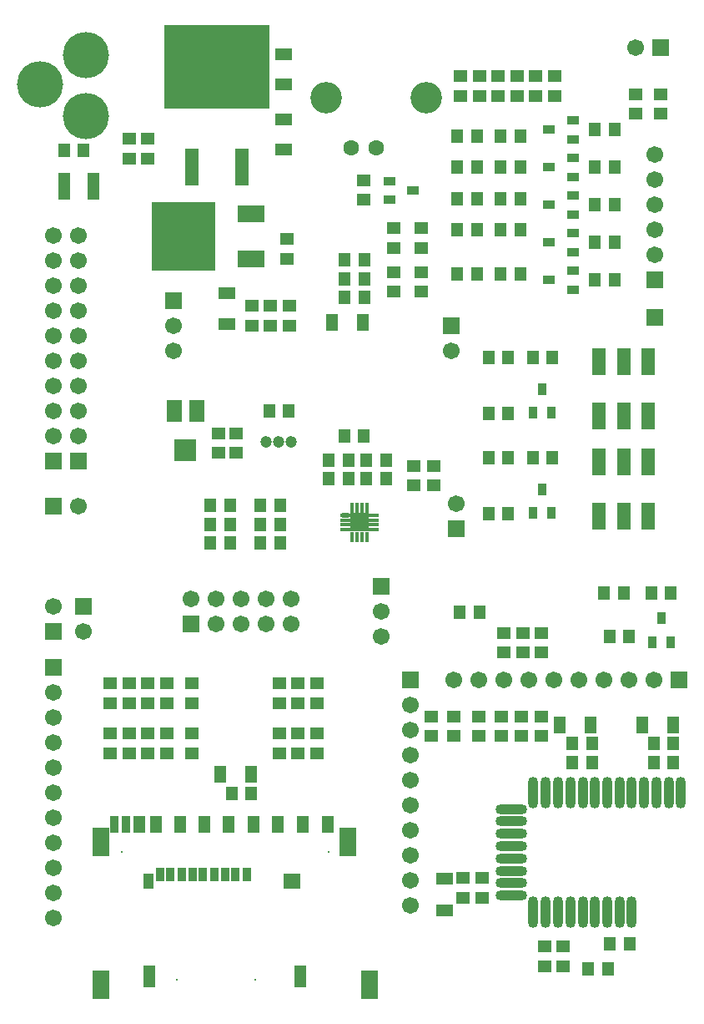
<source format=gts>
G04 Layer_Color=8388736*
%FSLAX23Y23*%
%MOIN*%
G70*
G01*
G75*
%ADD54R,0.036X0.067*%
%ADD55R,0.047X0.067*%
%ADD56R,0.067X0.118*%
%ADD57R,0.047X0.057*%
%ADD58R,0.059X0.087*%
%ADD59R,0.087X0.087*%
%ADD60R,0.047X0.067*%
%ADD61R,0.057X0.047*%
%ADD62R,0.047X0.106*%
%ADD63R,0.067X0.047*%
%ADD64R,0.047X0.036*%
%ADD65R,0.055X0.106*%
%ADD66R,0.036X0.047*%
%ADD67R,0.055X0.146*%
%ADD68R,0.421X0.338*%
%ADD69R,0.253X0.273*%
%ADD70R,0.106X0.067*%
%ADD71O,0.041X0.126*%
%ADD72O,0.126X0.041*%
%ADD73R,0.075X0.075*%
%ADD74R,0.017X0.041*%
%ADD75R,0.041X0.017*%
%ADD76O,0.041X0.017*%
%ADD77R,0.036X0.053*%
%ADD78R,0.047X0.087*%
%ADD79R,0.069X0.063*%
%ADD80R,0.043X0.063*%
%ADD81C,0.185*%
%ADD82C,0.067*%
%ADD83R,0.067X0.067*%
%ADD84C,0.063*%
%ADD85C,0.126*%
%ADD86R,0.067X0.067*%
%ADD87C,0.008*%
%ADD88C,0.047*%
%ADD89C,0.098*%
%ADD90C,0.055*%
D54*
X393Y700D02*
D03*
X440D02*
D03*
D55*
X491D02*
D03*
X558D02*
D03*
X654D02*
D03*
X752D02*
D03*
X850D02*
D03*
X949D02*
D03*
X1047D02*
D03*
X1146D02*
D03*
X1244D02*
D03*
D56*
X338Y630D02*
D03*
X1326D02*
D03*
X338Y59D02*
D03*
X1412D02*
D03*
D57*
X1011Y2350D02*
D03*
X1089D02*
D03*
X940Y823D02*
D03*
X861D02*
D03*
X1312Y2801D02*
D03*
X1391D02*
D03*
X1312Y2876D02*
D03*
X1391D02*
D03*
X1312Y2951D02*
D03*
X1391D02*
D03*
X1841Y3446D02*
D03*
X1762D02*
D03*
X1841Y3321D02*
D03*
X1762D02*
D03*
X1841Y3196D02*
D03*
X1762D02*
D03*
X1841Y3071D02*
D03*
X1762D02*
D03*
X1841Y2896D02*
D03*
X1762D02*
D03*
X1937Y3446D02*
D03*
X2016D02*
D03*
X1937Y3321D02*
D03*
X2016D02*
D03*
X1937Y3196D02*
D03*
X2016D02*
D03*
X1937Y3071D02*
D03*
X2016D02*
D03*
X1937Y2896D02*
D03*
X2016D02*
D03*
X2312Y3471D02*
D03*
X2391D02*
D03*
X2312Y3321D02*
D03*
X2391D02*
D03*
X2312Y3171D02*
D03*
X2391D02*
D03*
X2312Y3021D02*
D03*
X2391D02*
D03*
X2312Y2871D02*
D03*
X2391D02*
D03*
X1967Y2163D02*
D03*
X1889D02*
D03*
X1967Y2563D02*
D03*
X1889D02*
D03*
X2064Y2163D02*
D03*
X2142D02*
D03*
X2064Y2563D02*
D03*
X2142D02*
D03*
X1967Y1938D02*
D03*
X1889D02*
D03*
X1967Y2338D02*
D03*
X1889D02*
D03*
X1851Y1546D02*
D03*
X1773D02*
D03*
X2428Y1624D02*
D03*
X2349D02*
D03*
X2223Y1021D02*
D03*
X2301D02*
D03*
X2223Y946D02*
D03*
X2301D02*
D03*
X2626D02*
D03*
X2548D02*
D03*
X2626Y1021D02*
D03*
X2548D02*
D03*
X2539Y1624D02*
D03*
X2617D02*
D03*
X2449Y1450D02*
D03*
X2371D02*
D03*
X2373Y221D02*
D03*
X2451D02*
D03*
X2286Y123D02*
D03*
X2365D02*
D03*
X1389Y2250D02*
D03*
X1311D02*
D03*
X1478Y2154D02*
D03*
X1399D02*
D03*
X1478Y2079D02*
D03*
X1399D02*
D03*
X1328D02*
D03*
X1249D02*
D03*
X1328Y2154D02*
D03*
X1249D02*
D03*
X977Y1821D02*
D03*
X1056D02*
D03*
X977Y1896D02*
D03*
X1056D02*
D03*
X777Y1821D02*
D03*
X856D02*
D03*
X777Y1896D02*
D03*
X856D02*
D03*
X977Y1971D02*
D03*
X1056D02*
D03*
X777D02*
D03*
X856D02*
D03*
X191Y3390D02*
D03*
X269D02*
D03*
D58*
X631Y2350D02*
D03*
X722D02*
D03*
D59*
X676Y2193D02*
D03*
D60*
X817Y898D02*
D03*
X940D02*
D03*
X1385Y2701D02*
D03*
X1262D02*
D03*
X2296Y1096D02*
D03*
X2173D02*
D03*
X2503D02*
D03*
X2626D02*
D03*
D61*
X376Y1184D02*
D03*
Y1263D02*
D03*
X451Y1184D02*
D03*
Y1263D02*
D03*
X526Y1184D02*
D03*
Y1263D02*
D03*
X601Y1184D02*
D03*
Y1263D02*
D03*
X701Y1184D02*
D03*
Y1263D02*
D03*
X1051Y1184D02*
D03*
Y1263D02*
D03*
X1126Y1184D02*
D03*
Y1263D02*
D03*
X1201Y1184D02*
D03*
Y1263D02*
D03*
Y1063D02*
D03*
Y984D02*
D03*
X1126Y1063D02*
D03*
Y984D02*
D03*
X1051Y1063D02*
D03*
Y984D02*
D03*
X701Y1063D02*
D03*
Y984D02*
D03*
X601Y1063D02*
D03*
Y984D02*
D03*
X526Y1063D02*
D03*
Y984D02*
D03*
X451Y1063D02*
D03*
Y984D02*
D03*
X376Y1063D02*
D03*
Y984D02*
D03*
X941Y2768D02*
D03*
Y2689D02*
D03*
X1016Y2768D02*
D03*
Y2689D02*
D03*
X1091Y2768D02*
D03*
Y2689D02*
D03*
X451Y3357D02*
D03*
Y3436D02*
D03*
X526Y3436D02*
D03*
Y3357D02*
D03*
X1510Y3000D02*
D03*
Y3079D02*
D03*
X1620Y3000D02*
D03*
Y3079D02*
D03*
X1081Y2957D02*
D03*
Y3036D02*
D03*
X1510Y2904D02*
D03*
Y2825D02*
D03*
X1620Y2904D02*
D03*
Y2825D02*
D03*
X1390Y3269D02*
D03*
Y3191D02*
D03*
X1776Y3607D02*
D03*
Y3686D02*
D03*
X2151Y3607D02*
D03*
Y3686D02*
D03*
X2076Y3607D02*
D03*
Y3686D02*
D03*
X2001Y3607D02*
D03*
Y3686D02*
D03*
X1926Y3607D02*
D03*
Y3686D02*
D03*
X1851Y3607D02*
D03*
Y3686D02*
D03*
X2575Y3614D02*
D03*
Y3536D02*
D03*
X2475Y3614D02*
D03*
Y3536D02*
D03*
X2100Y1464D02*
D03*
Y1386D02*
D03*
X1950Y1386D02*
D03*
Y1464D02*
D03*
X2025Y1464D02*
D03*
Y1386D02*
D03*
X1787Y407D02*
D03*
Y486D02*
D03*
X1862Y407D02*
D03*
Y486D02*
D03*
X2187Y132D02*
D03*
Y211D02*
D03*
X2112Y132D02*
D03*
Y211D02*
D03*
X1670Y2129D02*
D03*
Y2051D02*
D03*
X1590Y2129D02*
D03*
Y2051D02*
D03*
X1660Y1051D02*
D03*
Y1129D02*
D03*
X1750Y1051D02*
D03*
Y1129D02*
D03*
X1850Y1051D02*
D03*
Y1129D02*
D03*
X1940Y1051D02*
D03*
Y1129D02*
D03*
X2020Y1051D02*
D03*
Y1129D02*
D03*
X2100Y1051D02*
D03*
Y1129D02*
D03*
X879Y2181D02*
D03*
Y2259D02*
D03*
X809Y2181D02*
D03*
Y2259D02*
D03*
D62*
X310Y3246D02*
D03*
X192D02*
D03*
D63*
X841Y2695D02*
D03*
Y2818D02*
D03*
X1070Y3651D02*
D03*
Y3774D02*
D03*
Y3391D02*
D03*
Y3514D02*
D03*
X1712Y481D02*
D03*
Y357D02*
D03*
D64*
X1493Y3267D02*
D03*
X1587Y3230D02*
D03*
X1493Y3193D02*
D03*
X2224Y3434D02*
D03*
X2129Y3471D02*
D03*
X2224Y3509D02*
D03*
Y3284D02*
D03*
X2129Y3321D02*
D03*
X2224Y3359D02*
D03*
Y3134D02*
D03*
X2129Y3171D02*
D03*
X2224Y3209D02*
D03*
Y2984D02*
D03*
X2129Y3021D02*
D03*
X2224Y3059D02*
D03*
Y2834D02*
D03*
X2129Y2871D02*
D03*
X2224Y2909D02*
D03*
D65*
X2330Y2546D02*
D03*
X2428D02*
D03*
X2526D02*
D03*
X2330Y2330D02*
D03*
X2428D02*
D03*
X2526D02*
D03*
X2330Y2146D02*
D03*
X2428D02*
D03*
X2526D02*
D03*
X2330Y1930D02*
D03*
X2428D02*
D03*
X2526D02*
D03*
D66*
X2066Y1941D02*
D03*
X2103Y2035D02*
D03*
X2140Y1941D02*
D03*
X2066Y2341D02*
D03*
X2103Y2435D02*
D03*
X2140Y2341D02*
D03*
X2541Y1426D02*
D03*
X2578Y1521D02*
D03*
X2615Y1426D02*
D03*
D67*
X901Y3321D02*
D03*
X701D02*
D03*
D68*
X801Y3724D02*
D03*
D69*
X668Y3046D02*
D03*
D70*
X939Y2956D02*
D03*
Y3137D02*
D03*
D71*
X2460Y350D02*
D03*
X2411D02*
D03*
X2362D02*
D03*
X2313D02*
D03*
X2264D02*
D03*
X2214D02*
D03*
X2165D02*
D03*
X2116D02*
D03*
X2067D02*
D03*
Y825D02*
D03*
X2116D02*
D03*
X2165D02*
D03*
X2214D02*
D03*
X2264D02*
D03*
X2313D02*
D03*
X2362D02*
D03*
X2411D02*
D03*
X2460D02*
D03*
X2510D02*
D03*
X2559D02*
D03*
X2608D02*
D03*
X2657D02*
D03*
D72*
X1980Y415D02*
D03*
Y465D02*
D03*
Y514D02*
D03*
Y563D02*
D03*
Y612D02*
D03*
Y661D02*
D03*
Y711D02*
D03*
Y760D02*
D03*
D73*
X1372Y1905D02*
D03*
D74*
X1342Y1963D02*
D03*
X1362D02*
D03*
X1382D02*
D03*
X1401D02*
D03*
Y1846D02*
D03*
X1382D02*
D03*
X1362D02*
D03*
X1342D02*
D03*
D75*
X1430Y1934D02*
D03*
Y1914D02*
D03*
Y1895D02*
D03*
Y1875D02*
D03*
X1314D02*
D03*
Y1895D02*
D03*
Y1914D02*
D03*
D76*
Y1934D02*
D03*
D77*
X574Y499D02*
D03*
X617D02*
D03*
X661D02*
D03*
X704D02*
D03*
X747D02*
D03*
X791D02*
D03*
X834D02*
D03*
X877D02*
D03*
X921D02*
D03*
D78*
X1137Y94D02*
D03*
X531D02*
D03*
D79*
X1103Y472D02*
D03*
D80*
X528D02*
D03*
D81*
X95Y3652D02*
D03*
X280Y3526D02*
D03*
Y3770D02*
D03*
D82*
X1100Y1600D02*
D03*
Y1500D02*
D03*
X1000Y1600D02*
D03*
Y1500D02*
D03*
X900Y1600D02*
D03*
Y1500D02*
D03*
X800Y1600D02*
D03*
Y1500D02*
D03*
X700Y1600D02*
D03*
X630Y2590D02*
D03*
Y2690D02*
D03*
X1740Y2590D02*
D03*
X270Y1470D02*
D03*
X150Y1570D02*
D03*
X1460Y1448D02*
D03*
Y1548D02*
D03*
X150Y425D02*
D03*
Y525D02*
D03*
Y625D02*
D03*
Y725D02*
D03*
Y825D02*
D03*
Y925D02*
D03*
Y1025D02*
D03*
Y1125D02*
D03*
Y1225D02*
D03*
Y325D02*
D03*
X2551Y3371D02*
D03*
Y3271D02*
D03*
Y3171D02*
D03*
Y3071D02*
D03*
Y2971D02*
D03*
X150Y2250D02*
D03*
Y2350D02*
D03*
Y2450D02*
D03*
Y2550D02*
D03*
Y2650D02*
D03*
Y2750D02*
D03*
Y2850D02*
D03*
Y2950D02*
D03*
Y3050D02*
D03*
X250Y2250D02*
D03*
Y2350D02*
D03*
Y2450D02*
D03*
Y2550D02*
D03*
Y2650D02*
D03*
Y2750D02*
D03*
Y2850D02*
D03*
Y2950D02*
D03*
Y3050D02*
D03*
X1575Y1175D02*
D03*
Y1075D02*
D03*
Y975D02*
D03*
Y875D02*
D03*
Y775D02*
D03*
Y675D02*
D03*
Y575D02*
D03*
Y475D02*
D03*
Y375D02*
D03*
X2550Y1275D02*
D03*
X2450D02*
D03*
X2350D02*
D03*
X2250D02*
D03*
X2150D02*
D03*
X2050D02*
D03*
X1950D02*
D03*
X1850D02*
D03*
X1750D02*
D03*
X1760Y1980D02*
D03*
X250Y1970D02*
D03*
X2475Y3800D02*
D03*
D83*
X700Y1500D02*
D03*
X630Y2790D02*
D03*
X1740Y2690D02*
D03*
X270Y1570D02*
D03*
X150Y1470D02*
D03*
X1460Y1648D02*
D03*
X150Y1325D02*
D03*
X2551Y2871D02*
D03*
X150Y2150D02*
D03*
X250D02*
D03*
X1575Y1275D02*
D03*
X2551Y2721D02*
D03*
X1760Y1880D02*
D03*
D84*
X1440Y3400D02*
D03*
X1340D02*
D03*
D85*
X1640Y3600D02*
D03*
X1240D02*
D03*
D86*
X2650Y1275D02*
D03*
X150Y1970D02*
D03*
X2575Y3800D02*
D03*
D87*
X422Y590D02*
D03*
X1249D02*
D03*
X956Y79D02*
D03*
X641D02*
D03*
D88*
X1000Y2225D02*
D03*
X1050D02*
D03*
X1100D02*
D03*
D89*
X699Y3810D02*
D03*
X904Y3637D02*
D03*
X699D02*
D03*
X904Y3810D02*
D03*
X801Y3724D02*
D03*
X741Y2968D02*
D03*
X595Y3125D02*
D03*
Y2968D02*
D03*
X741Y3125D02*
D03*
X668Y3046D02*
D03*
D90*
X1372Y1905D02*
D03*
M02*

</source>
